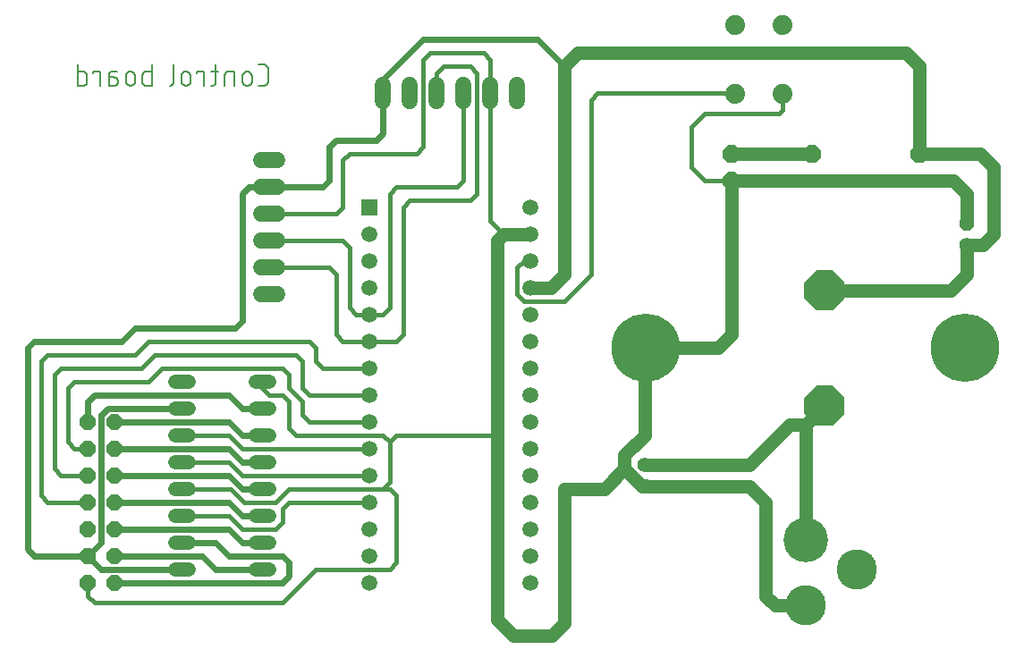
<source format=gbr>
G04 EAGLE Gerber X2 export*
%TF.Part,Single*%
%TF.FileFunction,Copper,L2,Bot,Mixed*%
%TF.FilePolarity,Positive*%
%TF.GenerationSoftware,Autodesk,EAGLE,8.7.0*%
%TF.CreationDate,2018-03-20T17:42:03Z*%
G75*
%MOMM*%
%FSLAX34Y34*%
%LPD*%
%AMOC8*
5,1,8,0,0,1.08239X$1,22.5*%
G01*
%ADD10C,0.177800*%
%ADD11R,1.508000X1.508000*%
%ADD12C,1.508000*%
%ADD13P,4.123906X8X202.500000*%
%ADD14C,6.477000*%
%ADD15P,1.539592X8X292.500000*%
%ADD16C,1.422400*%
%ADD17P,1.539592X8X112.500000*%
%ADD18P,1.814519X8X202.500000*%
%ADD19P,1.814519X8X292.500000*%
%ADD20C,4.216000*%
%ADD21C,3.816000*%
%ADD22P,1.649562X8X112.500000*%
%ADD23C,1.320800*%
%ADD24C,1.524000*%
%ADD25C,1.879600*%
%ADD26C,1.270000*%
%ADD27C,0.609600*%
%ADD28C,0.406400*%


D10*
X-66957Y-564261D02*
X-62498Y-564261D01*
X-62366Y-564259D01*
X-62234Y-564253D01*
X-62102Y-564243D01*
X-61971Y-564230D01*
X-61840Y-564212D01*
X-61709Y-564191D01*
X-61580Y-564165D01*
X-61451Y-564136D01*
X-61323Y-564103D01*
X-61196Y-564067D01*
X-61070Y-564026D01*
X-60945Y-563982D01*
X-60822Y-563934D01*
X-60700Y-563883D01*
X-60580Y-563828D01*
X-60462Y-563769D01*
X-60345Y-563707D01*
X-60230Y-563641D01*
X-60118Y-563573D01*
X-60007Y-563500D01*
X-59899Y-563425D01*
X-59792Y-563346D01*
X-59688Y-563265D01*
X-59587Y-563180D01*
X-59488Y-563092D01*
X-59392Y-563001D01*
X-59299Y-562908D01*
X-59208Y-562812D01*
X-59120Y-562713D01*
X-59035Y-562612D01*
X-58954Y-562508D01*
X-58875Y-562402D01*
X-58800Y-562293D01*
X-58727Y-562182D01*
X-58659Y-562070D01*
X-58593Y-561955D01*
X-58531Y-561838D01*
X-58472Y-561720D01*
X-58417Y-561600D01*
X-58366Y-561478D01*
X-58318Y-561355D01*
X-58274Y-561230D01*
X-58233Y-561104D01*
X-58197Y-560977D01*
X-58164Y-560849D01*
X-58135Y-560720D01*
X-58109Y-560591D01*
X-58088Y-560460D01*
X-58070Y-560329D01*
X-58057Y-560198D01*
X-58047Y-560066D01*
X-58041Y-559934D01*
X-58039Y-559802D01*
X-58039Y-548654D01*
X-58041Y-548522D01*
X-58047Y-548390D01*
X-58057Y-548258D01*
X-58070Y-548127D01*
X-58088Y-547996D01*
X-58109Y-547865D01*
X-58135Y-547736D01*
X-58164Y-547607D01*
X-58197Y-547479D01*
X-58233Y-547352D01*
X-58274Y-547226D01*
X-58318Y-547101D01*
X-58366Y-546978D01*
X-58417Y-546856D01*
X-58472Y-546736D01*
X-58531Y-546618D01*
X-58593Y-546501D01*
X-58659Y-546386D01*
X-58727Y-546274D01*
X-58800Y-546163D01*
X-58875Y-546055D01*
X-58954Y-545948D01*
X-59035Y-545844D01*
X-59120Y-545743D01*
X-59208Y-545644D01*
X-59299Y-545548D01*
X-59392Y-545455D01*
X-59488Y-545364D01*
X-59587Y-545276D01*
X-59688Y-545191D01*
X-59792Y-545110D01*
X-59898Y-545031D01*
X-60007Y-544956D01*
X-60118Y-544883D01*
X-60230Y-544815D01*
X-60345Y-544749D01*
X-60462Y-544687D01*
X-60580Y-544628D01*
X-60700Y-544573D01*
X-60822Y-544522D01*
X-60945Y-544474D01*
X-61070Y-544430D01*
X-61196Y-544389D01*
X-61323Y-544353D01*
X-61451Y-544320D01*
X-61580Y-544291D01*
X-61709Y-544265D01*
X-61840Y-544244D01*
X-61971Y-544226D01*
X-62102Y-544213D01*
X-62234Y-544203D01*
X-62366Y-544197D01*
X-62498Y-544195D01*
X-66957Y-544195D01*
X-73399Y-555343D02*
X-73399Y-559802D01*
X-73399Y-555343D02*
X-73401Y-555211D01*
X-73407Y-555079D01*
X-73417Y-554947D01*
X-73430Y-554816D01*
X-73448Y-554685D01*
X-73469Y-554554D01*
X-73495Y-554425D01*
X-73524Y-554296D01*
X-73557Y-554168D01*
X-73593Y-554041D01*
X-73634Y-553915D01*
X-73678Y-553790D01*
X-73726Y-553667D01*
X-73777Y-553545D01*
X-73832Y-553425D01*
X-73891Y-553307D01*
X-73953Y-553190D01*
X-74019Y-553075D01*
X-74087Y-552963D01*
X-74160Y-552852D01*
X-74235Y-552743D01*
X-74314Y-552637D01*
X-74395Y-552533D01*
X-74480Y-552432D01*
X-74568Y-552333D01*
X-74659Y-552237D01*
X-74752Y-552144D01*
X-74848Y-552053D01*
X-74947Y-551965D01*
X-75048Y-551880D01*
X-75152Y-551799D01*
X-75258Y-551720D01*
X-75367Y-551645D01*
X-75478Y-551572D01*
X-75590Y-551504D01*
X-75705Y-551438D01*
X-75822Y-551376D01*
X-75940Y-551317D01*
X-76060Y-551262D01*
X-76182Y-551211D01*
X-76305Y-551163D01*
X-76430Y-551119D01*
X-76556Y-551078D01*
X-76683Y-551042D01*
X-76811Y-551009D01*
X-76940Y-550980D01*
X-77069Y-550954D01*
X-77200Y-550933D01*
X-77331Y-550915D01*
X-77462Y-550902D01*
X-77594Y-550892D01*
X-77726Y-550886D01*
X-77858Y-550884D01*
X-77990Y-550886D01*
X-78122Y-550892D01*
X-78254Y-550902D01*
X-78385Y-550915D01*
X-78516Y-550933D01*
X-78647Y-550954D01*
X-78776Y-550980D01*
X-78905Y-551009D01*
X-79033Y-551042D01*
X-79160Y-551078D01*
X-79286Y-551119D01*
X-79411Y-551163D01*
X-79534Y-551211D01*
X-79656Y-551262D01*
X-79776Y-551317D01*
X-79894Y-551376D01*
X-80011Y-551438D01*
X-80126Y-551504D01*
X-80238Y-551572D01*
X-80349Y-551645D01*
X-80458Y-551720D01*
X-80564Y-551799D01*
X-80668Y-551880D01*
X-80769Y-551965D01*
X-80868Y-552053D01*
X-80964Y-552144D01*
X-81057Y-552237D01*
X-81148Y-552333D01*
X-81236Y-552432D01*
X-81321Y-552533D01*
X-81402Y-552637D01*
X-81481Y-552743D01*
X-81556Y-552852D01*
X-81629Y-552963D01*
X-81697Y-553075D01*
X-81763Y-553190D01*
X-81825Y-553307D01*
X-81884Y-553425D01*
X-81939Y-553545D01*
X-81990Y-553667D01*
X-82038Y-553790D01*
X-82082Y-553915D01*
X-82123Y-554041D01*
X-82159Y-554168D01*
X-82192Y-554296D01*
X-82221Y-554425D01*
X-82247Y-554554D01*
X-82268Y-554685D01*
X-82286Y-554816D01*
X-82299Y-554947D01*
X-82309Y-555079D01*
X-82315Y-555211D01*
X-82317Y-555343D01*
X-82317Y-559802D01*
X-82315Y-559934D01*
X-82309Y-560066D01*
X-82299Y-560198D01*
X-82286Y-560329D01*
X-82268Y-560460D01*
X-82247Y-560591D01*
X-82221Y-560720D01*
X-82192Y-560849D01*
X-82159Y-560977D01*
X-82123Y-561104D01*
X-82082Y-561230D01*
X-82038Y-561355D01*
X-81990Y-561478D01*
X-81939Y-561600D01*
X-81884Y-561720D01*
X-81825Y-561838D01*
X-81763Y-561955D01*
X-81697Y-562070D01*
X-81629Y-562182D01*
X-81556Y-562293D01*
X-81481Y-562402D01*
X-81402Y-562508D01*
X-81321Y-562612D01*
X-81236Y-562713D01*
X-81148Y-562812D01*
X-81057Y-562908D01*
X-80964Y-563001D01*
X-80868Y-563092D01*
X-80769Y-563180D01*
X-80668Y-563265D01*
X-80564Y-563346D01*
X-80458Y-563425D01*
X-80349Y-563500D01*
X-80238Y-563573D01*
X-80126Y-563641D01*
X-80011Y-563707D01*
X-79894Y-563769D01*
X-79776Y-563828D01*
X-79656Y-563883D01*
X-79534Y-563934D01*
X-79411Y-563982D01*
X-79286Y-564026D01*
X-79160Y-564067D01*
X-79033Y-564103D01*
X-78905Y-564136D01*
X-78776Y-564165D01*
X-78647Y-564191D01*
X-78516Y-564212D01*
X-78385Y-564230D01*
X-78254Y-564243D01*
X-78122Y-564253D01*
X-77990Y-564259D01*
X-77858Y-564261D01*
X-77726Y-564259D01*
X-77594Y-564253D01*
X-77462Y-564243D01*
X-77331Y-564230D01*
X-77200Y-564212D01*
X-77069Y-564191D01*
X-76940Y-564165D01*
X-76811Y-564136D01*
X-76683Y-564103D01*
X-76556Y-564067D01*
X-76430Y-564026D01*
X-76305Y-563982D01*
X-76182Y-563934D01*
X-76060Y-563883D01*
X-75940Y-563828D01*
X-75822Y-563769D01*
X-75705Y-563707D01*
X-75590Y-563641D01*
X-75478Y-563573D01*
X-75367Y-563500D01*
X-75258Y-563425D01*
X-75152Y-563346D01*
X-75048Y-563265D01*
X-74947Y-563180D01*
X-74848Y-563092D01*
X-74752Y-563001D01*
X-74659Y-562908D01*
X-74568Y-562812D01*
X-74480Y-562713D01*
X-74395Y-562612D01*
X-74314Y-562508D01*
X-74235Y-562402D01*
X-74160Y-562293D01*
X-74087Y-562182D01*
X-74019Y-562070D01*
X-73953Y-561955D01*
X-73891Y-561838D01*
X-73832Y-561720D01*
X-73777Y-561600D01*
X-73726Y-561478D01*
X-73678Y-561355D01*
X-73634Y-561230D01*
X-73593Y-561104D01*
X-73557Y-560977D01*
X-73524Y-560849D01*
X-73495Y-560720D01*
X-73469Y-560591D01*
X-73448Y-560460D01*
X-73430Y-560329D01*
X-73417Y-560198D01*
X-73407Y-560066D01*
X-73401Y-559934D01*
X-73399Y-559802D01*
X-90083Y-564261D02*
X-90083Y-550884D01*
X-95657Y-550884D01*
X-95771Y-550886D01*
X-95885Y-550892D01*
X-95999Y-550902D01*
X-96112Y-550915D01*
X-96225Y-550933D01*
X-96337Y-550954D01*
X-96449Y-550979D01*
X-96559Y-551008D01*
X-96669Y-551041D01*
X-96777Y-551077D01*
X-96884Y-551117D01*
X-96989Y-551161D01*
X-97093Y-551208D01*
X-97195Y-551259D01*
X-97296Y-551313D01*
X-97394Y-551371D01*
X-97491Y-551432D01*
X-97585Y-551496D01*
X-97678Y-551563D01*
X-97767Y-551634D01*
X-97855Y-551708D01*
X-97939Y-551784D01*
X-98022Y-551863D01*
X-98101Y-551946D01*
X-98177Y-552030D01*
X-98251Y-552118D01*
X-98322Y-552207D01*
X-98389Y-552300D01*
X-98453Y-552394D01*
X-98514Y-552490D01*
X-98572Y-552589D01*
X-98626Y-552690D01*
X-98677Y-552792D01*
X-98724Y-552896D01*
X-98768Y-553001D01*
X-98808Y-553108D01*
X-98844Y-553216D01*
X-98877Y-553326D01*
X-98906Y-553436D01*
X-98931Y-553548D01*
X-98952Y-553660D01*
X-98970Y-553773D01*
X-98983Y-553886D01*
X-98993Y-554000D01*
X-98999Y-554114D01*
X-99001Y-554228D01*
X-99002Y-554228D02*
X-99002Y-564261D01*
X-105306Y-550884D02*
X-111995Y-550884D01*
X-107536Y-544195D02*
X-107536Y-560917D01*
X-107538Y-561031D01*
X-107544Y-561145D01*
X-107554Y-561259D01*
X-107567Y-561372D01*
X-107585Y-561485D01*
X-107606Y-561597D01*
X-107631Y-561709D01*
X-107660Y-561819D01*
X-107693Y-561929D01*
X-107729Y-562037D01*
X-107769Y-562144D01*
X-107813Y-562249D01*
X-107860Y-562353D01*
X-107911Y-562455D01*
X-107965Y-562556D01*
X-108023Y-562654D01*
X-108084Y-562751D01*
X-108148Y-562845D01*
X-108215Y-562938D01*
X-108286Y-563027D01*
X-108360Y-563115D01*
X-108436Y-563199D01*
X-108515Y-563282D01*
X-108598Y-563361D01*
X-108682Y-563437D01*
X-108770Y-563511D01*
X-108859Y-563582D01*
X-108952Y-563649D01*
X-109046Y-563713D01*
X-109143Y-563774D01*
X-109241Y-563832D01*
X-109342Y-563886D01*
X-109444Y-563937D01*
X-109548Y-563984D01*
X-109653Y-564028D01*
X-109760Y-564068D01*
X-109868Y-564104D01*
X-109978Y-564137D01*
X-110088Y-564166D01*
X-110200Y-564191D01*
X-110312Y-564212D01*
X-110425Y-564230D01*
X-110538Y-564243D01*
X-110652Y-564253D01*
X-110766Y-564259D01*
X-110880Y-564261D01*
X-111995Y-564261D01*
X-119205Y-564261D02*
X-119205Y-550884D01*
X-125894Y-550884D01*
X-125894Y-553113D01*
X-131486Y-555343D02*
X-131486Y-559802D01*
X-131486Y-555343D02*
X-131488Y-555211D01*
X-131494Y-555079D01*
X-131504Y-554947D01*
X-131517Y-554816D01*
X-131535Y-554685D01*
X-131556Y-554554D01*
X-131582Y-554425D01*
X-131611Y-554296D01*
X-131644Y-554168D01*
X-131680Y-554041D01*
X-131721Y-553915D01*
X-131765Y-553790D01*
X-131813Y-553667D01*
X-131864Y-553545D01*
X-131919Y-553425D01*
X-131978Y-553307D01*
X-132040Y-553190D01*
X-132106Y-553075D01*
X-132174Y-552963D01*
X-132247Y-552852D01*
X-132322Y-552743D01*
X-132401Y-552637D01*
X-132482Y-552533D01*
X-132567Y-552432D01*
X-132655Y-552333D01*
X-132746Y-552237D01*
X-132839Y-552144D01*
X-132935Y-552053D01*
X-133034Y-551965D01*
X-133135Y-551880D01*
X-133239Y-551799D01*
X-133345Y-551720D01*
X-133454Y-551645D01*
X-133565Y-551572D01*
X-133677Y-551504D01*
X-133792Y-551438D01*
X-133909Y-551376D01*
X-134027Y-551317D01*
X-134147Y-551262D01*
X-134269Y-551211D01*
X-134392Y-551163D01*
X-134517Y-551119D01*
X-134643Y-551078D01*
X-134770Y-551042D01*
X-134898Y-551009D01*
X-135027Y-550980D01*
X-135156Y-550954D01*
X-135287Y-550933D01*
X-135418Y-550915D01*
X-135549Y-550902D01*
X-135681Y-550892D01*
X-135813Y-550886D01*
X-135945Y-550884D01*
X-136077Y-550886D01*
X-136209Y-550892D01*
X-136341Y-550902D01*
X-136472Y-550915D01*
X-136603Y-550933D01*
X-136734Y-550954D01*
X-136863Y-550980D01*
X-136992Y-551009D01*
X-137120Y-551042D01*
X-137247Y-551078D01*
X-137373Y-551119D01*
X-137498Y-551163D01*
X-137621Y-551211D01*
X-137743Y-551262D01*
X-137863Y-551317D01*
X-137981Y-551376D01*
X-138098Y-551438D01*
X-138213Y-551504D01*
X-138325Y-551572D01*
X-138436Y-551645D01*
X-138545Y-551720D01*
X-138651Y-551799D01*
X-138755Y-551880D01*
X-138856Y-551965D01*
X-138955Y-552053D01*
X-139051Y-552144D01*
X-139144Y-552237D01*
X-139235Y-552333D01*
X-139323Y-552432D01*
X-139408Y-552533D01*
X-139489Y-552637D01*
X-139568Y-552743D01*
X-139643Y-552852D01*
X-139716Y-552963D01*
X-139784Y-553075D01*
X-139850Y-553190D01*
X-139912Y-553307D01*
X-139971Y-553425D01*
X-140026Y-553545D01*
X-140077Y-553667D01*
X-140125Y-553790D01*
X-140169Y-553915D01*
X-140210Y-554041D01*
X-140246Y-554168D01*
X-140279Y-554296D01*
X-140308Y-554425D01*
X-140334Y-554554D01*
X-140355Y-554685D01*
X-140373Y-554816D01*
X-140386Y-554947D01*
X-140396Y-555079D01*
X-140402Y-555211D01*
X-140404Y-555343D01*
X-140404Y-559802D01*
X-140402Y-559934D01*
X-140396Y-560066D01*
X-140386Y-560198D01*
X-140373Y-560329D01*
X-140355Y-560460D01*
X-140334Y-560591D01*
X-140308Y-560720D01*
X-140279Y-560849D01*
X-140246Y-560977D01*
X-140210Y-561104D01*
X-140169Y-561230D01*
X-140125Y-561355D01*
X-140077Y-561478D01*
X-140026Y-561600D01*
X-139971Y-561720D01*
X-139912Y-561838D01*
X-139850Y-561955D01*
X-139784Y-562070D01*
X-139716Y-562182D01*
X-139643Y-562293D01*
X-139568Y-562402D01*
X-139489Y-562508D01*
X-139408Y-562612D01*
X-139323Y-562713D01*
X-139235Y-562812D01*
X-139144Y-562908D01*
X-139051Y-563001D01*
X-138955Y-563092D01*
X-138856Y-563180D01*
X-138755Y-563265D01*
X-138651Y-563346D01*
X-138545Y-563425D01*
X-138436Y-563500D01*
X-138325Y-563573D01*
X-138213Y-563641D01*
X-138098Y-563707D01*
X-137981Y-563769D01*
X-137863Y-563828D01*
X-137743Y-563883D01*
X-137621Y-563934D01*
X-137498Y-563982D01*
X-137373Y-564026D01*
X-137247Y-564067D01*
X-137120Y-564103D01*
X-136992Y-564136D01*
X-136863Y-564165D01*
X-136734Y-564191D01*
X-136603Y-564212D01*
X-136472Y-564230D01*
X-136341Y-564243D01*
X-136209Y-564253D01*
X-136077Y-564259D01*
X-135945Y-564261D01*
X-135813Y-564259D01*
X-135681Y-564253D01*
X-135549Y-564243D01*
X-135418Y-564230D01*
X-135287Y-564212D01*
X-135156Y-564191D01*
X-135027Y-564165D01*
X-134898Y-564136D01*
X-134770Y-564103D01*
X-134643Y-564067D01*
X-134517Y-564026D01*
X-134392Y-563982D01*
X-134269Y-563934D01*
X-134147Y-563883D01*
X-134027Y-563828D01*
X-133909Y-563769D01*
X-133792Y-563707D01*
X-133677Y-563641D01*
X-133565Y-563573D01*
X-133454Y-563500D01*
X-133345Y-563425D01*
X-133239Y-563346D01*
X-133135Y-563265D01*
X-133034Y-563180D01*
X-132935Y-563092D01*
X-132839Y-563001D01*
X-132746Y-562908D01*
X-132655Y-562812D01*
X-132567Y-562713D01*
X-132482Y-562612D01*
X-132401Y-562508D01*
X-132322Y-562402D01*
X-132247Y-562293D01*
X-132174Y-562182D01*
X-132106Y-562070D01*
X-132040Y-561955D01*
X-131978Y-561838D01*
X-131919Y-561720D01*
X-131864Y-561600D01*
X-131813Y-561478D01*
X-131765Y-561355D01*
X-131721Y-561230D01*
X-131680Y-561104D01*
X-131644Y-560977D01*
X-131611Y-560849D01*
X-131582Y-560720D01*
X-131556Y-560591D01*
X-131535Y-560460D01*
X-131517Y-560329D01*
X-131504Y-560198D01*
X-131494Y-560066D01*
X-131488Y-559934D01*
X-131486Y-559802D01*
X-147924Y-560917D02*
X-147924Y-544195D01*
X-147924Y-560917D02*
X-147926Y-561031D01*
X-147932Y-561145D01*
X-147942Y-561259D01*
X-147955Y-561372D01*
X-147973Y-561485D01*
X-147994Y-561597D01*
X-148019Y-561709D01*
X-148048Y-561819D01*
X-148081Y-561929D01*
X-148117Y-562037D01*
X-148157Y-562144D01*
X-148201Y-562249D01*
X-148248Y-562353D01*
X-148299Y-562455D01*
X-148353Y-562556D01*
X-148411Y-562654D01*
X-148472Y-562751D01*
X-148536Y-562845D01*
X-148603Y-562938D01*
X-148674Y-563027D01*
X-148748Y-563115D01*
X-148824Y-563199D01*
X-148903Y-563282D01*
X-148986Y-563361D01*
X-149070Y-563437D01*
X-149158Y-563511D01*
X-149247Y-563582D01*
X-149340Y-563649D01*
X-149434Y-563713D01*
X-149531Y-563774D01*
X-149629Y-563832D01*
X-149730Y-563886D01*
X-149832Y-563937D01*
X-149936Y-563984D01*
X-150041Y-564028D01*
X-150148Y-564068D01*
X-150256Y-564104D01*
X-150366Y-564137D01*
X-150476Y-564166D01*
X-150588Y-564191D01*
X-150700Y-564212D01*
X-150813Y-564230D01*
X-150926Y-564243D01*
X-151040Y-564253D01*
X-151154Y-564259D01*
X-151268Y-564261D01*
X-168009Y-564261D02*
X-168009Y-544195D01*
X-168009Y-564261D02*
X-173583Y-564261D01*
X-173697Y-564259D01*
X-173811Y-564253D01*
X-173925Y-564243D01*
X-174038Y-564230D01*
X-174151Y-564212D01*
X-174263Y-564191D01*
X-174375Y-564166D01*
X-174485Y-564137D01*
X-174595Y-564104D01*
X-174703Y-564068D01*
X-174810Y-564028D01*
X-174915Y-563984D01*
X-175019Y-563937D01*
X-175121Y-563886D01*
X-175222Y-563832D01*
X-175320Y-563774D01*
X-175417Y-563713D01*
X-175511Y-563649D01*
X-175604Y-563582D01*
X-175693Y-563511D01*
X-175781Y-563437D01*
X-175865Y-563361D01*
X-175948Y-563282D01*
X-176027Y-563199D01*
X-176103Y-563115D01*
X-176177Y-563027D01*
X-176248Y-562938D01*
X-176315Y-562845D01*
X-176379Y-562751D01*
X-176440Y-562655D01*
X-176498Y-562556D01*
X-176552Y-562455D01*
X-176603Y-562353D01*
X-176650Y-562249D01*
X-176694Y-562144D01*
X-176734Y-562037D01*
X-176770Y-561929D01*
X-176803Y-561819D01*
X-176832Y-561709D01*
X-176857Y-561597D01*
X-176878Y-561485D01*
X-176896Y-561372D01*
X-176909Y-561259D01*
X-176919Y-561145D01*
X-176925Y-561031D01*
X-176927Y-560917D01*
X-176928Y-560917D02*
X-176928Y-554228D01*
X-176927Y-554228D02*
X-176925Y-554114D01*
X-176919Y-554000D01*
X-176909Y-553886D01*
X-176896Y-553773D01*
X-176878Y-553660D01*
X-176857Y-553548D01*
X-176832Y-553436D01*
X-176803Y-553326D01*
X-176770Y-553216D01*
X-176734Y-553108D01*
X-176694Y-553001D01*
X-176650Y-552896D01*
X-176603Y-552792D01*
X-176552Y-552690D01*
X-176498Y-552589D01*
X-176440Y-552491D01*
X-176379Y-552394D01*
X-176315Y-552300D01*
X-176248Y-552207D01*
X-176177Y-552118D01*
X-176103Y-552030D01*
X-176027Y-551946D01*
X-175948Y-551863D01*
X-175865Y-551784D01*
X-175781Y-551708D01*
X-175693Y-551634D01*
X-175604Y-551563D01*
X-175511Y-551496D01*
X-175417Y-551432D01*
X-175320Y-551371D01*
X-175222Y-551313D01*
X-175121Y-551259D01*
X-175019Y-551208D01*
X-174915Y-551161D01*
X-174810Y-551117D01*
X-174703Y-551077D01*
X-174595Y-551041D01*
X-174485Y-551008D01*
X-174375Y-550979D01*
X-174263Y-550954D01*
X-174151Y-550933D01*
X-174038Y-550915D01*
X-173925Y-550902D01*
X-173811Y-550892D01*
X-173697Y-550886D01*
X-173583Y-550884D01*
X-168009Y-550884D01*
X-184011Y-555343D02*
X-184011Y-559802D01*
X-184011Y-555343D02*
X-184013Y-555211D01*
X-184019Y-555079D01*
X-184029Y-554947D01*
X-184042Y-554816D01*
X-184060Y-554685D01*
X-184081Y-554554D01*
X-184107Y-554425D01*
X-184136Y-554296D01*
X-184169Y-554168D01*
X-184205Y-554041D01*
X-184246Y-553915D01*
X-184290Y-553790D01*
X-184338Y-553667D01*
X-184389Y-553545D01*
X-184444Y-553425D01*
X-184503Y-553307D01*
X-184565Y-553190D01*
X-184631Y-553075D01*
X-184699Y-552963D01*
X-184772Y-552852D01*
X-184847Y-552743D01*
X-184926Y-552637D01*
X-185007Y-552533D01*
X-185092Y-552432D01*
X-185180Y-552333D01*
X-185271Y-552237D01*
X-185364Y-552144D01*
X-185460Y-552053D01*
X-185559Y-551965D01*
X-185660Y-551880D01*
X-185764Y-551799D01*
X-185870Y-551720D01*
X-185979Y-551645D01*
X-186090Y-551572D01*
X-186202Y-551504D01*
X-186317Y-551438D01*
X-186434Y-551376D01*
X-186552Y-551317D01*
X-186672Y-551262D01*
X-186794Y-551211D01*
X-186917Y-551163D01*
X-187042Y-551119D01*
X-187168Y-551078D01*
X-187295Y-551042D01*
X-187423Y-551009D01*
X-187552Y-550980D01*
X-187681Y-550954D01*
X-187812Y-550933D01*
X-187943Y-550915D01*
X-188074Y-550902D01*
X-188206Y-550892D01*
X-188338Y-550886D01*
X-188470Y-550884D01*
X-188602Y-550886D01*
X-188734Y-550892D01*
X-188866Y-550902D01*
X-188997Y-550915D01*
X-189128Y-550933D01*
X-189259Y-550954D01*
X-189388Y-550980D01*
X-189517Y-551009D01*
X-189645Y-551042D01*
X-189772Y-551078D01*
X-189898Y-551119D01*
X-190023Y-551163D01*
X-190146Y-551211D01*
X-190268Y-551262D01*
X-190388Y-551317D01*
X-190506Y-551376D01*
X-190623Y-551438D01*
X-190738Y-551504D01*
X-190850Y-551572D01*
X-190961Y-551645D01*
X-191070Y-551720D01*
X-191176Y-551799D01*
X-191280Y-551880D01*
X-191381Y-551965D01*
X-191480Y-552053D01*
X-191576Y-552144D01*
X-191669Y-552237D01*
X-191760Y-552333D01*
X-191848Y-552432D01*
X-191933Y-552533D01*
X-192014Y-552637D01*
X-192093Y-552743D01*
X-192168Y-552852D01*
X-192241Y-552963D01*
X-192309Y-553075D01*
X-192375Y-553190D01*
X-192437Y-553307D01*
X-192496Y-553425D01*
X-192551Y-553545D01*
X-192602Y-553667D01*
X-192650Y-553790D01*
X-192694Y-553915D01*
X-192735Y-554041D01*
X-192771Y-554168D01*
X-192804Y-554296D01*
X-192833Y-554425D01*
X-192859Y-554554D01*
X-192880Y-554685D01*
X-192898Y-554816D01*
X-192911Y-554947D01*
X-192921Y-555079D01*
X-192927Y-555211D01*
X-192929Y-555343D01*
X-192929Y-559802D01*
X-192927Y-559934D01*
X-192921Y-560066D01*
X-192911Y-560198D01*
X-192898Y-560329D01*
X-192880Y-560460D01*
X-192859Y-560591D01*
X-192833Y-560720D01*
X-192804Y-560849D01*
X-192771Y-560977D01*
X-192735Y-561104D01*
X-192694Y-561230D01*
X-192650Y-561355D01*
X-192602Y-561478D01*
X-192551Y-561600D01*
X-192496Y-561720D01*
X-192437Y-561838D01*
X-192375Y-561955D01*
X-192309Y-562070D01*
X-192241Y-562182D01*
X-192168Y-562293D01*
X-192093Y-562402D01*
X-192014Y-562508D01*
X-191933Y-562612D01*
X-191848Y-562713D01*
X-191760Y-562812D01*
X-191669Y-562908D01*
X-191576Y-563001D01*
X-191480Y-563092D01*
X-191381Y-563180D01*
X-191280Y-563265D01*
X-191176Y-563346D01*
X-191070Y-563425D01*
X-190961Y-563500D01*
X-190850Y-563573D01*
X-190738Y-563641D01*
X-190623Y-563707D01*
X-190506Y-563769D01*
X-190388Y-563828D01*
X-190268Y-563883D01*
X-190146Y-563934D01*
X-190023Y-563982D01*
X-189898Y-564026D01*
X-189772Y-564067D01*
X-189645Y-564103D01*
X-189517Y-564136D01*
X-189388Y-564165D01*
X-189259Y-564191D01*
X-189128Y-564212D01*
X-188997Y-564230D01*
X-188866Y-564243D01*
X-188734Y-564253D01*
X-188602Y-564259D01*
X-188470Y-564261D01*
X-188338Y-564259D01*
X-188206Y-564253D01*
X-188074Y-564243D01*
X-187943Y-564230D01*
X-187812Y-564212D01*
X-187681Y-564191D01*
X-187552Y-564165D01*
X-187423Y-564136D01*
X-187295Y-564103D01*
X-187168Y-564067D01*
X-187042Y-564026D01*
X-186917Y-563982D01*
X-186794Y-563934D01*
X-186672Y-563883D01*
X-186552Y-563828D01*
X-186434Y-563769D01*
X-186317Y-563707D01*
X-186202Y-563641D01*
X-186090Y-563573D01*
X-185979Y-563500D01*
X-185870Y-563425D01*
X-185764Y-563346D01*
X-185660Y-563265D01*
X-185559Y-563180D01*
X-185460Y-563092D01*
X-185364Y-563001D01*
X-185271Y-562908D01*
X-185180Y-562812D01*
X-185092Y-562713D01*
X-185007Y-562612D01*
X-184926Y-562508D01*
X-184847Y-562402D01*
X-184772Y-562293D01*
X-184699Y-562182D01*
X-184631Y-562070D01*
X-184565Y-561955D01*
X-184503Y-561838D01*
X-184444Y-561720D01*
X-184389Y-561600D01*
X-184338Y-561478D01*
X-184290Y-561355D01*
X-184246Y-561230D01*
X-184205Y-561104D01*
X-184169Y-560977D01*
X-184136Y-560849D01*
X-184107Y-560720D01*
X-184081Y-560591D01*
X-184060Y-560460D01*
X-184042Y-560329D01*
X-184029Y-560198D01*
X-184019Y-560066D01*
X-184013Y-559934D01*
X-184011Y-559802D01*
X-203914Y-556458D02*
X-208931Y-556458D01*
X-203914Y-556457D02*
X-203790Y-556459D01*
X-203667Y-556465D01*
X-203543Y-556475D01*
X-203420Y-556488D01*
X-203297Y-556506D01*
X-203176Y-556528D01*
X-203054Y-556553D01*
X-202934Y-556582D01*
X-202815Y-556615D01*
X-202696Y-556652D01*
X-202579Y-556692D01*
X-202464Y-556737D01*
X-202350Y-556784D01*
X-202237Y-556836D01*
X-202126Y-556891D01*
X-202017Y-556949D01*
X-201910Y-557011D01*
X-201804Y-557076D01*
X-201701Y-557145D01*
X-201600Y-557217D01*
X-201502Y-557292D01*
X-201406Y-557370D01*
X-201312Y-557451D01*
X-201221Y-557535D01*
X-201133Y-557622D01*
X-201048Y-557711D01*
X-200965Y-557804D01*
X-200885Y-557899D01*
X-200809Y-557996D01*
X-200736Y-558096D01*
X-200665Y-558198D01*
X-200598Y-558302D01*
X-200535Y-558408D01*
X-200475Y-558516D01*
X-200418Y-558626D01*
X-200365Y-558738D01*
X-200315Y-558851D01*
X-200269Y-558966D01*
X-200227Y-559083D01*
X-200188Y-559200D01*
X-200153Y-559319D01*
X-200122Y-559439D01*
X-200095Y-559560D01*
X-200071Y-559681D01*
X-200052Y-559804D01*
X-200036Y-559927D01*
X-200024Y-560050D01*
X-200016Y-560173D01*
X-200012Y-560297D01*
X-200012Y-560421D01*
X-200016Y-560545D01*
X-200024Y-560668D01*
X-200036Y-560791D01*
X-200052Y-560914D01*
X-200071Y-561037D01*
X-200095Y-561158D01*
X-200122Y-561279D01*
X-200153Y-561399D01*
X-200188Y-561518D01*
X-200227Y-561635D01*
X-200269Y-561752D01*
X-200315Y-561867D01*
X-200365Y-561980D01*
X-200418Y-562092D01*
X-200475Y-562202D01*
X-200535Y-562310D01*
X-200598Y-562416D01*
X-200665Y-562520D01*
X-200736Y-562622D01*
X-200809Y-562722D01*
X-200885Y-562819D01*
X-200965Y-562914D01*
X-201048Y-563007D01*
X-201133Y-563096D01*
X-201221Y-563183D01*
X-201312Y-563267D01*
X-201406Y-563348D01*
X-201502Y-563426D01*
X-201600Y-563501D01*
X-201701Y-563573D01*
X-201804Y-563642D01*
X-201910Y-563707D01*
X-202017Y-563769D01*
X-202126Y-563827D01*
X-202237Y-563882D01*
X-202350Y-563934D01*
X-202464Y-563981D01*
X-202579Y-564026D01*
X-202696Y-564066D01*
X-202815Y-564103D01*
X-202934Y-564136D01*
X-203054Y-564165D01*
X-203176Y-564190D01*
X-203297Y-564212D01*
X-203420Y-564230D01*
X-203543Y-564243D01*
X-203667Y-564253D01*
X-203790Y-564259D01*
X-203914Y-564261D01*
X-208931Y-564261D01*
X-208931Y-554228D01*
X-208930Y-554228D02*
X-208928Y-554114D01*
X-208922Y-554000D01*
X-208912Y-553886D01*
X-208899Y-553773D01*
X-208881Y-553660D01*
X-208860Y-553548D01*
X-208835Y-553436D01*
X-208806Y-553326D01*
X-208773Y-553216D01*
X-208737Y-553108D01*
X-208697Y-553001D01*
X-208653Y-552896D01*
X-208606Y-552792D01*
X-208555Y-552690D01*
X-208501Y-552589D01*
X-208443Y-552491D01*
X-208382Y-552394D01*
X-208318Y-552300D01*
X-208251Y-552207D01*
X-208180Y-552118D01*
X-208106Y-552030D01*
X-208030Y-551946D01*
X-207951Y-551863D01*
X-207868Y-551784D01*
X-207784Y-551708D01*
X-207696Y-551634D01*
X-207607Y-551563D01*
X-207514Y-551496D01*
X-207420Y-551432D01*
X-207323Y-551371D01*
X-207225Y-551313D01*
X-207124Y-551259D01*
X-207022Y-551208D01*
X-206918Y-551161D01*
X-206813Y-551117D01*
X-206706Y-551077D01*
X-206598Y-551041D01*
X-206488Y-551008D01*
X-206378Y-550979D01*
X-206266Y-550954D01*
X-206154Y-550933D01*
X-206041Y-550915D01*
X-205928Y-550902D01*
X-205814Y-550892D01*
X-205700Y-550886D01*
X-205586Y-550884D01*
X-201127Y-550884D01*
X-217458Y-550884D02*
X-217458Y-564261D01*
X-217458Y-550884D02*
X-224147Y-550884D01*
X-224147Y-553113D01*
X-238592Y-544195D02*
X-238592Y-564261D01*
X-233018Y-564261D01*
X-232904Y-564259D01*
X-232790Y-564253D01*
X-232676Y-564243D01*
X-232563Y-564230D01*
X-232450Y-564212D01*
X-232338Y-564191D01*
X-232226Y-564166D01*
X-232116Y-564137D01*
X-232006Y-564104D01*
X-231898Y-564068D01*
X-231791Y-564028D01*
X-231686Y-563984D01*
X-231582Y-563937D01*
X-231480Y-563886D01*
X-231379Y-563832D01*
X-231281Y-563774D01*
X-231184Y-563713D01*
X-231090Y-563649D01*
X-230997Y-563582D01*
X-230908Y-563511D01*
X-230820Y-563437D01*
X-230736Y-563361D01*
X-230653Y-563282D01*
X-230574Y-563199D01*
X-230498Y-563115D01*
X-230424Y-563027D01*
X-230353Y-562938D01*
X-230286Y-562845D01*
X-230222Y-562751D01*
X-230161Y-562654D01*
X-230103Y-562556D01*
X-230049Y-562455D01*
X-229998Y-562353D01*
X-229951Y-562249D01*
X-229907Y-562144D01*
X-229867Y-562037D01*
X-229831Y-561929D01*
X-229798Y-561819D01*
X-229769Y-561709D01*
X-229744Y-561597D01*
X-229723Y-561485D01*
X-229705Y-561372D01*
X-229692Y-561259D01*
X-229682Y-561145D01*
X-229676Y-561031D01*
X-229674Y-560917D01*
X-229674Y-554228D01*
X-229676Y-554114D01*
X-229682Y-554000D01*
X-229692Y-553886D01*
X-229705Y-553773D01*
X-229723Y-553660D01*
X-229744Y-553548D01*
X-229769Y-553436D01*
X-229798Y-553326D01*
X-229831Y-553216D01*
X-229867Y-553108D01*
X-229907Y-553001D01*
X-229951Y-552896D01*
X-229998Y-552792D01*
X-230049Y-552690D01*
X-230103Y-552589D01*
X-230161Y-552491D01*
X-230222Y-552394D01*
X-230286Y-552300D01*
X-230353Y-552207D01*
X-230424Y-552118D01*
X-230498Y-552030D01*
X-230574Y-551946D01*
X-230653Y-551863D01*
X-230736Y-551784D01*
X-230820Y-551708D01*
X-230908Y-551634D01*
X-230997Y-551563D01*
X-231090Y-551496D01*
X-231184Y-551432D01*
X-231281Y-551371D01*
X-231379Y-551313D01*
X-231480Y-551259D01*
X-231582Y-551208D01*
X-231686Y-551161D01*
X-231791Y-551117D01*
X-231898Y-551077D01*
X-232006Y-551041D01*
X-232116Y-551008D01*
X-232226Y-550979D01*
X-232338Y-550954D01*
X-232450Y-550933D01*
X-232563Y-550915D01*
X-232676Y-550902D01*
X-232790Y-550892D01*
X-232904Y-550886D01*
X-233018Y-550884D01*
X-238592Y-550884D01*
D11*
X38100Y-679450D03*
D12*
X38100Y-704850D03*
X38100Y-730250D03*
X38100Y-755650D03*
X38100Y-781050D03*
X38100Y-806450D03*
X38100Y-831850D03*
X38100Y-857250D03*
X38100Y-882650D03*
X38100Y-908050D03*
X38100Y-933450D03*
X38100Y-958850D03*
X190500Y-679450D03*
X190500Y-704850D03*
X190500Y-730250D03*
X190500Y-755650D03*
X190500Y-781050D03*
X190500Y-806450D03*
X190500Y-857250D03*
X190500Y-882650D03*
X190500Y-933450D03*
X190500Y-958850D03*
X190500Y-908050D03*
X190500Y-831850D03*
X38100Y-984250D03*
X38100Y-1009650D03*
X38100Y-1035050D03*
X190500Y-984250D03*
X190500Y-1009650D03*
X190500Y-1035050D03*
D13*
X468630Y-758190D03*
X468630Y-867410D03*
D14*
X299720Y-812800D03*
X601980Y-812800D03*
D15*
X298450Y-943610D03*
D16*
X298450Y-923290D03*
D17*
X603250Y-694690D03*
D16*
X603250Y-715010D03*
D18*
X558800Y-628650D03*
X457200Y-628650D03*
D19*
X381000Y-628650D03*
X381000Y-654050D03*
D20*
X450850Y-994300D03*
D21*
X450850Y-1056800D03*
X498850Y-1022800D03*
D22*
X-203200Y-1035050D03*
X-203200Y-1009650D03*
X-203200Y-984250D03*
X-203200Y-958850D03*
X-203200Y-933450D03*
X-203200Y-908050D03*
X-228600Y-1035050D03*
X-228600Y-1009650D03*
X-228600Y-984250D03*
X-228600Y-958850D03*
X-228600Y-933450D03*
X-228600Y-908050D03*
X-203200Y-882650D03*
X-228600Y-882650D03*
D23*
X-70104Y-1022350D02*
X-56896Y-1022350D01*
X-56896Y-996950D02*
X-70104Y-996950D01*
X-70104Y-869950D02*
X-56896Y-869950D01*
X-56896Y-844550D02*
X-70104Y-844550D01*
X-70104Y-971550D02*
X-56896Y-971550D01*
X-56896Y-946150D02*
X-70104Y-946150D01*
X-70104Y-895350D02*
X-56896Y-895350D01*
X-56896Y-920750D02*
X-70104Y-920750D01*
X-133096Y-844550D02*
X-146304Y-844550D01*
X-146304Y-869950D02*
X-133096Y-869950D01*
X-133096Y-895350D02*
X-146304Y-895350D01*
X-146304Y-920750D02*
X-133096Y-920750D01*
X-133096Y-946150D02*
X-146304Y-946150D01*
X-146304Y-971550D02*
X-133096Y-971550D01*
X-133096Y-996950D02*
X-146304Y-996950D01*
X-146304Y-1022350D02*
X-133096Y-1022350D01*
D24*
X177800Y-579120D02*
X177800Y-563880D01*
X152400Y-563880D02*
X152400Y-579120D01*
X127000Y-579120D02*
X127000Y-563880D01*
X101600Y-563880D02*
X101600Y-579120D01*
X76200Y-579120D02*
X76200Y-563880D01*
X50800Y-563880D02*
X50800Y-579120D01*
X-49530Y-635000D02*
X-64770Y-635000D01*
X-64770Y-660400D02*
X-49530Y-660400D01*
X-49530Y-685800D02*
X-64770Y-685800D01*
X-64770Y-711200D02*
X-49530Y-711200D01*
X-49530Y-736600D02*
X-64770Y-736600D01*
X-64770Y-762000D02*
X-49530Y-762000D01*
D25*
X383794Y-572262D03*
X383794Y-507238D03*
X429006Y-572262D03*
X429006Y-507238D03*
D26*
X457200Y-628650D02*
X381000Y-628650D01*
X468630Y-758190D02*
X588010Y-758190D01*
X603250Y-742950D01*
X603250Y-715010D01*
X618490Y-715010D01*
X628650Y-704850D01*
X628650Y-641350D01*
X615950Y-628650D01*
X558800Y-628650D01*
D27*
X-139700Y-1022350D02*
X-215900Y-1022350D01*
X-228600Y-1009650D01*
X-215900Y-996950D01*
X-215900Y-876300D01*
X-209550Y-869950D01*
X-139700Y-869950D01*
X-57150Y-660400D02*
X-6350Y-660400D01*
X0Y-654050D01*
X0Y-622300D01*
X6350Y-615950D01*
X44450Y-615950D01*
X50800Y-609600D01*
X50800Y-571500D01*
X-285750Y-1003300D02*
X-279400Y-1009650D01*
X-285750Y-1003300D02*
X-285750Y-812800D01*
X-279400Y-806450D01*
X-196850Y-806450D01*
X-184150Y-793750D01*
X-88900Y-793750D02*
X-82550Y-787400D01*
X-82550Y-666750D01*
X-76200Y-660400D01*
X-57150Y-660400D01*
X-228600Y-1009650D02*
X-279400Y-1009650D01*
X-184150Y-793750D02*
X-88900Y-793750D01*
X50800Y-571500D02*
X50800Y-558800D01*
X88900Y-520700D01*
D26*
X222250Y-742950D02*
X209550Y-755650D01*
X222250Y-742950D02*
X222250Y-546100D01*
X234950Y-533400D01*
X546100Y-533400D02*
X558800Y-546100D01*
X558800Y-628650D01*
X209550Y-755650D02*
X190500Y-755650D01*
X234950Y-533400D02*
X546100Y-533400D01*
D27*
X222250Y-546100D02*
X196850Y-520700D01*
X88900Y-520700D01*
D26*
X421800Y-1056800D02*
X450850Y-1056800D01*
X421800Y-1056800D02*
X412750Y-1047750D01*
X397510Y-943610D02*
X298450Y-943610D01*
X412750Y-958850D02*
X412750Y-1047750D01*
X412750Y-958850D02*
X397510Y-943610D01*
X298450Y-814070D02*
X299720Y-812800D01*
X298450Y-814070D02*
X298450Y-895350D01*
X279400Y-914400D01*
X279400Y-927100D01*
X295910Y-943610D01*
X298450Y-943610D01*
X368300Y-812800D02*
X381000Y-800100D01*
X381000Y-654050D01*
X368300Y-812800D02*
X299720Y-812800D01*
X381000Y-654050D02*
X590550Y-654050D01*
X603250Y-666750D01*
X603250Y-694690D01*
X190500Y-704850D02*
X165100Y-704850D01*
X158750Y-711200D01*
X158750Y-895350D01*
X158750Y-1070073D01*
X173892Y-1085215D02*
X210185Y-1085215D01*
X222250Y-1073150D01*
X173892Y-1085215D02*
X158750Y-1070073D01*
X222250Y-946150D02*
X260350Y-946150D01*
X279400Y-927100D01*
X222250Y-946150D02*
X222250Y-1073150D01*
D28*
X-63500Y-850900D02*
X-63500Y-844550D01*
X-63500Y-850900D02*
X-57150Y-857250D01*
X-44450Y-857250D01*
X-38100Y-863600D01*
X-38100Y-889000D01*
X-31750Y-895350D01*
X50800Y-895350D01*
X57150Y-901700D01*
X57150Y-939800D02*
X50800Y-946150D01*
X-38100Y-946150D01*
X-50800Y-958850D01*
X-93326Y-946150D02*
X-139700Y-946150D01*
X-80626Y-958850D02*
X-50800Y-958850D01*
X-80626Y-958850D02*
X-93326Y-946150D01*
X57150Y-939800D02*
X57150Y-901700D01*
X63500Y-895350D01*
X158750Y-895350D01*
X-228600Y-1035050D02*
X-228600Y-1047750D01*
X-222250Y-1054100D01*
X-44450Y-1054100D01*
X-12700Y-1022350D01*
X57150Y-1022350D01*
X63500Y-1016000D01*
X63500Y-952500D01*
X57150Y-946150D01*
X50800Y-946150D01*
X152400Y-692150D02*
X152400Y-571500D01*
X152400Y-692150D02*
X165100Y-704850D01*
X6350Y-685800D02*
X-57150Y-685800D01*
X6350Y-685800D02*
X12700Y-679450D01*
X12700Y-635000D01*
X19050Y-628650D01*
X82550Y-628650D01*
X88900Y-622300D01*
X88900Y-539750D01*
X95250Y-533400D01*
X146050Y-533400D01*
X152400Y-539750D01*
X152400Y-571500D01*
X429006Y-572262D02*
X429006Y-586994D01*
X425450Y-590550D01*
X355600Y-590550D01*
X342900Y-603250D01*
X342900Y-641350D01*
X355600Y-654050D01*
X381000Y-654050D01*
D26*
X450850Y-885190D02*
X450850Y-994300D01*
X450850Y-885190D02*
X468630Y-867410D01*
X397510Y-923290D02*
X298450Y-923290D01*
X435610Y-885190D02*
X450850Y-885190D01*
X435610Y-885190D02*
X397510Y-923290D01*
D27*
X-107950Y-996950D02*
X-139700Y-996950D01*
X-107950Y-996950D02*
X-95250Y-1009650D01*
X-44450Y-1009650D01*
X-38100Y-1016000D01*
X-38100Y-1028700D01*
X-44450Y-1035050D01*
X-203200Y-1035050D01*
X-120650Y-1009650D02*
X-107950Y-1022350D01*
X-120650Y-1009650D02*
X-203200Y-1009650D01*
X-107950Y-1022350D02*
X-63500Y-1022350D01*
X-63500Y-996950D02*
X-82550Y-996950D01*
X-95250Y-984250D01*
X-203200Y-984250D01*
X-82550Y-971550D02*
X-63500Y-971550D01*
X-82550Y-971550D02*
X-95250Y-958850D01*
X-203200Y-958850D01*
X-82550Y-946150D02*
X-63500Y-946150D01*
X-82550Y-946150D02*
X-95250Y-933450D01*
X-203200Y-933450D01*
X-82550Y-920750D02*
X-63500Y-920750D01*
X-82550Y-920750D02*
X-95250Y-908050D01*
X-203200Y-908050D01*
X-82550Y-895350D02*
X-63500Y-895350D01*
X-82550Y-895350D02*
X-95250Y-882650D01*
X-203200Y-882650D01*
X-82550Y-869950D02*
X-63500Y-869950D01*
X-82550Y-869950D02*
X-95250Y-857250D01*
X-222250Y-857250D01*
X-228600Y-863600D01*
X-228600Y-882650D01*
D28*
X-139700Y-971550D02*
X-95250Y-971550D01*
X-82550Y-984250D01*
X-50800Y-984250D01*
X-44450Y-977900D01*
X-44450Y-965200D01*
X-38100Y-958850D01*
X38100Y-958850D01*
X-82550Y-933450D02*
X-95250Y-920750D01*
X-139700Y-920750D01*
X-82550Y-933450D02*
X38100Y-933450D01*
X-95250Y-895350D02*
X-139700Y-895350D01*
X-95250Y-895350D02*
X-82550Y-908050D01*
X38100Y-908050D01*
X-228600Y-958850D02*
X-266700Y-958850D01*
X-273050Y-952500D01*
X-273050Y-825500D01*
X-266700Y-819150D01*
X-184150Y-819150D01*
X-171450Y-806450D01*
X-19050Y-806450D02*
X-12700Y-812800D01*
X-12700Y-825500D01*
X-6350Y-831850D01*
X38100Y-831850D01*
X-19050Y-806450D02*
X-171450Y-806450D01*
X-228600Y-933450D02*
X-254000Y-933450D01*
X-260350Y-927100D01*
X-260350Y-838200D01*
X-254000Y-831850D01*
X-177800Y-831850D01*
X-165100Y-819150D01*
X-25400Y-850900D02*
X-19050Y-857250D01*
X38100Y-857250D01*
X-25400Y-825500D02*
X-31750Y-819150D01*
X-165100Y-819150D01*
X-25400Y-825500D02*
X-25400Y-850900D01*
X-228600Y-908050D02*
X-241300Y-908050D01*
X-247650Y-901700D01*
X-247650Y-850900D01*
X-241300Y-844550D01*
X-171450Y-844550D01*
X-158750Y-831850D01*
X-44450Y-831850D01*
X-38100Y-838200D01*
X-38100Y-850900D01*
X-25400Y-863600D01*
X-25400Y-876300D01*
X-19050Y-882650D01*
X38100Y-882650D01*
X-38100Y-736600D02*
X-57150Y-736600D01*
X0Y-736600D01*
X6350Y-742950D01*
X6350Y-800100D01*
X12700Y-806450D01*
X38100Y-806450D01*
X63500Y-806450D01*
X69850Y-800100D01*
X69850Y-679450D01*
X76200Y-673100D01*
X133350Y-673100D02*
X139700Y-666750D01*
X139700Y-552450D01*
X133350Y-546100D01*
X107950Y-546100D01*
X101600Y-552450D01*
X101600Y-571500D01*
X76200Y-673100D02*
X133350Y-673100D01*
X19050Y-717550D02*
X12700Y-711200D01*
X19050Y-717550D02*
X19050Y-774700D01*
X25400Y-781050D01*
X38100Y-781050D01*
X12700Y-711200D02*
X-57150Y-711200D01*
X38100Y-781050D02*
X50800Y-781050D01*
X57150Y-774700D01*
X57150Y-666750D01*
X63500Y-660400D01*
X120650Y-660400D01*
X127000Y-654050D01*
X127000Y-571500D01*
X184150Y-730250D02*
X190500Y-730250D01*
X184150Y-730250D02*
X177800Y-736600D01*
X177800Y-762000D01*
X184150Y-768350D01*
X222250Y-768350D01*
X247650Y-742950D02*
X247650Y-577850D01*
X254000Y-571500D01*
X383032Y-571500D01*
X383794Y-572262D01*
X247650Y-742950D02*
X222250Y-768350D01*
M02*

</source>
